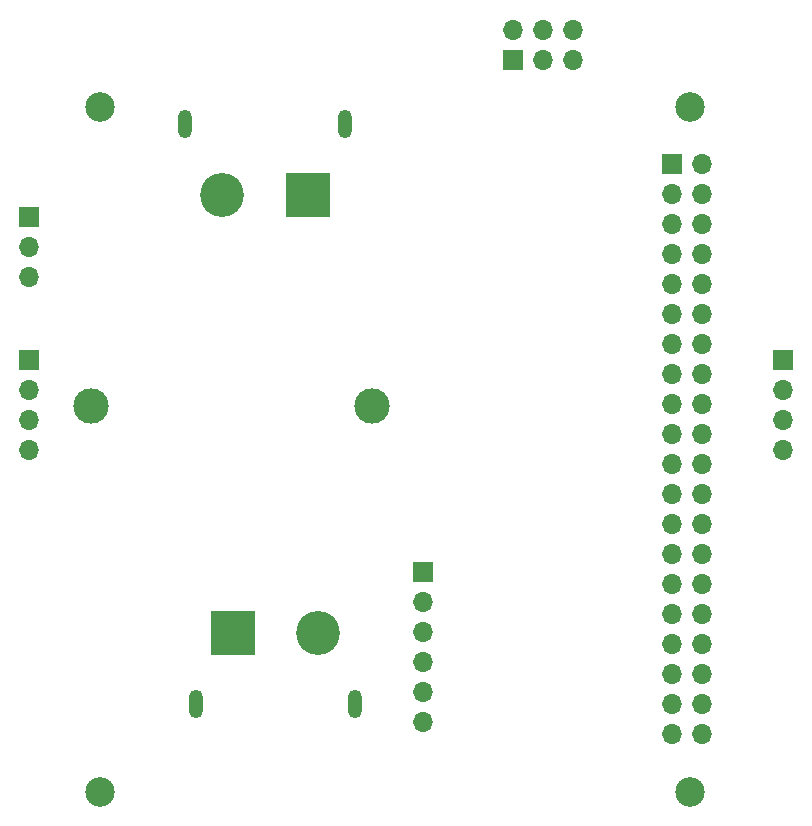
<source format=gbr>
%TF.GenerationSoftware,KiCad,Pcbnew,6.0.8-f2edbf62ab~116~ubuntu22.04.1*%
%TF.CreationDate,2022-11-23T04:07:14-05:00*%
%TF.ProjectId,Pi_HAT_V3,50695f48-4154-45f5-9633-2e6b69636164,rev?*%
%TF.SameCoordinates,Original*%
%TF.FileFunction,Soldermask,Top*%
%TF.FilePolarity,Negative*%
%FSLAX46Y46*%
G04 Gerber Fmt 4.6, Leading zero omitted, Abs format (unit mm)*
G04 Created by KiCad (PCBNEW 6.0.8-f2edbf62ab~116~ubuntu22.04.1) date 2022-11-23 04:07:14*
%MOMM*%
%LPD*%
G01*
G04 APERTURE LIST*
%ADD10R,1.700000X1.700000*%
%ADD11O,1.700000X1.700000*%
%ADD12C,2.500000*%
%ADD13R,3.716000X3.716000*%
%ADD14C,3.716000*%
%ADD15O,1.200000X2.400000*%
%ADD16C,3.000000*%
G04 APERTURE END LIST*
D10*
%TO.C,J3*%
X137475000Y-70525000D03*
D11*
X137475000Y-67985000D03*
X140015000Y-70525000D03*
X140015000Y-67985000D03*
X142555000Y-70525000D03*
X142555000Y-67985000D03*
%TD*%
D12*
%TO.C,H1*%
X152500000Y-74500000D03*
%TD*%
%TO.C,H2*%
X102500000Y-74500000D03*
%TD*%
%TO.C,H3*%
X102500000Y-132500000D03*
%TD*%
D10*
%TO.C,J1*%
X129900000Y-113950000D03*
D11*
X129900000Y-116490000D03*
X129900000Y-119030000D03*
X129900000Y-121570000D03*
X129900000Y-124110000D03*
X129900000Y-126650000D03*
%TD*%
D12*
%TO.C,H4*%
X152500000Y-132500000D03*
%TD*%
D10*
%TO.C,J2*%
X151000000Y-79400000D03*
D11*
X153540000Y-79400000D03*
X151000000Y-81940000D03*
X153540000Y-81940000D03*
X151000000Y-84480000D03*
X153540000Y-84480000D03*
X151000000Y-87020000D03*
X153540000Y-87020000D03*
X151000000Y-89560000D03*
X153540000Y-89560000D03*
X151000000Y-92100000D03*
X153540000Y-92100000D03*
X151000000Y-94640000D03*
X153540000Y-94640000D03*
X151000000Y-97180000D03*
X153540000Y-97180000D03*
X151000000Y-99720000D03*
X153540000Y-99720000D03*
X151000000Y-102260000D03*
X153540000Y-102260000D03*
X151000000Y-104800000D03*
X153540000Y-104800000D03*
X151000000Y-107340000D03*
X153540000Y-107340000D03*
X151000000Y-109880000D03*
X153540000Y-109880000D03*
X151000000Y-112420000D03*
X153540000Y-112420000D03*
X151000000Y-114960000D03*
X153540000Y-114960000D03*
X151000000Y-117500000D03*
X153540000Y-117500000D03*
X151000000Y-120040000D03*
X153540000Y-120040000D03*
X151000000Y-122580000D03*
X153540000Y-122580000D03*
X151000000Y-125120000D03*
X153540000Y-125120000D03*
X151000000Y-127660000D03*
X153540000Y-127660000D03*
%TD*%
D10*
%TO.C,J4*%
X96550000Y-96000000D03*
D11*
X96550000Y-98540000D03*
X96550000Y-101080000D03*
X96550000Y-103620000D03*
%TD*%
D13*
%TO.C,J5*%
X120100000Y-82000000D03*
D14*
X112900000Y-82000000D03*
D15*
X123250000Y-76000000D03*
X109750000Y-76000000D03*
%TD*%
D13*
%TO.C,J8*%
X113800000Y-119100000D03*
D14*
X121000000Y-119100000D03*
D15*
X110650000Y-125100000D03*
X124150000Y-125100000D03*
%TD*%
D16*
%TO.C,L2*%
X101800000Y-99850000D03*
X125600000Y-99850000D03*
%TD*%
D10*
%TO.C,J6*%
X160350000Y-96000000D03*
D11*
X160350000Y-98540000D03*
X160350000Y-101080000D03*
X160350000Y-103620000D03*
%TD*%
D10*
%TO.C,J7*%
X96550000Y-83875000D03*
D11*
X96550000Y-86415000D03*
X96550000Y-88955000D03*
%TD*%
M02*

</source>
